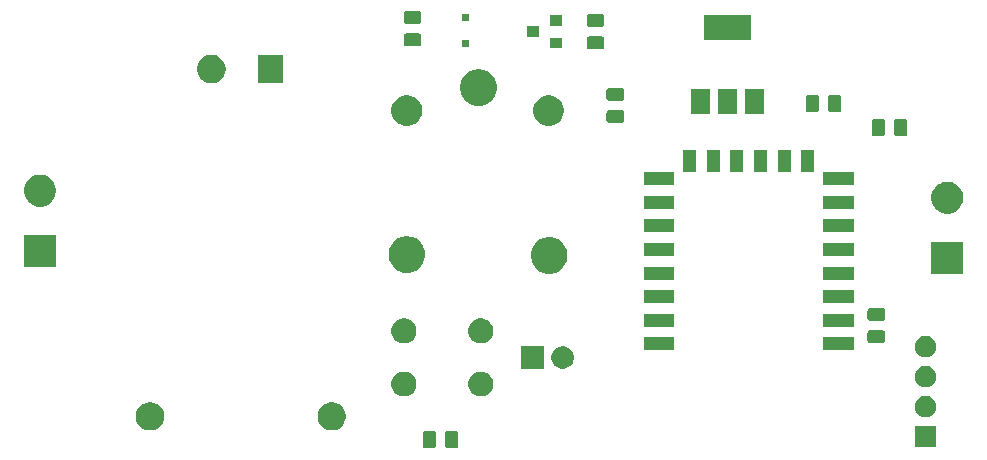
<source format=gbr>
G04 #@! TF.GenerationSoftware,KiCad,Pcbnew,5.1.5+dfsg1-2build2*
G04 #@! TF.CreationDate,2021-03-10T23:59:30+01:00*
G04 #@! TF.ProjectId,iotOnOff,696f744f-6e4f-4666-962e-6b696361645f,rev?*
G04 #@! TF.SameCoordinates,Original*
G04 #@! TF.FileFunction,Soldermask,Top*
G04 #@! TF.FilePolarity,Negative*
%FSLAX46Y46*%
G04 Gerber Fmt 4.6, Leading zero omitted, Abs format (unit mm)*
G04 Created by KiCad (PCBNEW 5.1.5+dfsg1-2build2) date 2021-03-10 23:59:30*
%MOMM*%
%LPD*%
G04 APERTURE LIST*
%ADD10C,0.100000*%
G04 APERTURE END LIST*
D10*
G36*
X138809468Y-107453565D02*
G01*
X138848138Y-107465296D01*
X138883777Y-107484346D01*
X138915017Y-107509983D01*
X138940654Y-107541223D01*
X138959704Y-107576862D01*
X138971435Y-107615532D01*
X138976000Y-107661888D01*
X138976000Y-108738112D01*
X138971435Y-108784468D01*
X138959704Y-108823138D01*
X138940654Y-108858777D01*
X138915017Y-108890017D01*
X138883777Y-108915654D01*
X138848138Y-108934704D01*
X138809468Y-108946435D01*
X138763112Y-108951000D01*
X138111888Y-108951000D01*
X138065532Y-108946435D01*
X138026862Y-108934704D01*
X137991223Y-108915654D01*
X137959983Y-108890017D01*
X137934346Y-108858777D01*
X137915296Y-108823138D01*
X137903565Y-108784468D01*
X137899000Y-108738112D01*
X137899000Y-107661888D01*
X137903565Y-107615532D01*
X137915296Y-107576862D01*
X137934346Y-107541223D01*
X137959983Y-107509983D01*
X137991223Y-107484346D01*
X138026862Y-107465296D01*
X138065532Y-107453565D01*
X138111888Y-107449000D01*
X138763112Y-107449000D01*
X138809468Y-107453565D01*
G37*
G36*
X136934468Y-107453565D02*
G01*
X136973138Y-107465296D01*
X137008777Y-107484346D01*
X137040017Y-107509983D01*
X137065654Y-107541223D01*
X137084704Y-107576862D01*
X137096435Y-107615532D01*
X137101000Y-107661888D01*
X137101000Y-108738112D01*
X137096435Y-108784468D01*
X137084704Y-108823138D01*
X137065654Y-108858777D01*
X137040017Y-108890017D01*
X137008777Y-108915654D01*
X136973138Y-108934704D01*
X136934468Y-108946435D01*
X136888112Y-108951000D01*
X136236888Y-108951000D01*
X136190532Y-108946435D01*
X136151862Y-108934704D01*
X136116223Y-108915654D01*
X136084983Y-108890017D01*
X136059346Y-108858777D01*
X136040296Y-108823138D01*
X136028565Y-108784468D01*
X136024000Y-108738112D01*
X136024000Y-107661888D01*
X136028565Y-107615532D01*
X136040296Y-107576862D01*
X136059346Y-107541223D01*
X136084983Y-107509983D01*
X136116223Y-107484346D01*
X136151862Y-107465296D01*
X136190532Y-107453565D01*
X136236888Y-107449000D01*
X136888112Y-107449000D01*
X136934468Y-107453565D01*
G37*
G36*
X179463000Y-108851000D02*
G01*
X177661000Y-108851000D01*
X177661000Y-107049000D01*
X179463000Y-107049000D01*
X179463000Y-108851000D01*
G37*
G36*
X128650318Y-105070153D02*
G01*
X128836298Y-105147189D01*
X128868887Y-105160688D01*
X129065593Y-105292122D01*
X129232878Y-105459407D01*
X129364312Y-105656113D01*
X129364313Y-105656115D01*
X129454847Y-105874682D01*
X129501000Y-106106710D01*
X129501000Y-106343290D01*
X129454847Y-106575318D01*
X129364313Y-106793885D01*
X129364312Y-106793887D01*
X129232878Y-106990593D01*
X129065593Y-107157878D01*
X128868887Y-107289312D01*
X128868886Y-107289313D01*
X128868885Y-107289313D01*
X128650318Y-107379847D01*
X128418290Y-107426000D01*
X128181710Y-107426000D01*
X127949682Y-107379847D01*
X127731115Y-107289313D01*
X127731114Y-107289313D01*
X127731113Y-107289312D01*
X127534407Y-107157878D01*
X127367122Y-106990593D01*
X127235688Y-106793887D01*
X127235687Y-106793885D01*
X127145153Y-106575318D01*
X127099000Y-106343290D01*
X127099000Y-106106710D01*
X127145153Y-105874682D01*
X127235687Y-105656115D01*
X127235688Y-105656113D01*
X127367122Y-105459407D01*
X127534407Y-105292122D01*
X127731113Y-105160688D01*
X127763702Y-105147189D01*
X127949682Y-105070153D01*
X128181710Y-105024000D01*
X128418290Y-105024000D01*
X128650318Y-105070153D01*
G37*
G36*
X113250318Y-105070153D02*
G01*
X113436298Y-105147189D01*
X113468887Y-105160688D01*
X113665593Y-105292122D01*
X113832878Y-105459407D01*
X113964312Y-105656113D01*
X113964313Y-105656115D01*
X114054847Y-105874682D01*
X114101000Y-106106710D01*
X114101000Y-106343290D01*
X114054847Y-106575318D01*
X113964313Y-106793885D01*
X113964312Y-106793887D01*
X113832878Y-106990593D01*
X113665593Y-107157878D01*
X113468887Y-107289312D01*
X113468886Y-107289313D01*
X113468885Y-107289313D01*
X113250318Y-107379847D01*
X113018290Y-107426000D01*
X112781710Y-107426000D01*
X112549682Y-107379847D01*
X112331115Y-107289313D01*
X112331114Y-107289313D01*
X112331113Y-107289312D01*
X112134407Y-107157878D01*
X111967122Y-106990593D01*
X111835688Y-106793887D01*
X111835687Y-106793885D01*
X111745153Y-106575318D01*
X111699000Y-106343290D01*
X111699000Y-106106710D01*
X111745153Y-105874682D01*
X111835687Y-105656115D01*
X111835688Y-105656113D01*
X111967122Y-105459407D01*
X112134407Y-105292122D01*
X112331113Y-105160688D01*
X112363702Y-105147189D01*
X112549682Y-105070153D01*
X112781710Y-105024000D01*
X113018290Y-105024000D01*
X113250318Y-105070153D01*
G37*
G36*
X178675512Y-104513927D02*
G01*
X178824812Y-104543624D01*
X178988784Y-104611544D01*
X179136354Y-104710147D01*
X179261853Y-104835646D01*
X179360456Y-104983216D01*
X179428376Y-105147188D01*
X179463000Y-105321259D01*
X179463000Y-105498741D01*
X179428376Y-105672812D01*
X179360456Y-105836784D01*
X179261853Y-105984354D01*
X179136354Y-106109853D01*
X178988784Y-106208456D01*
X178824812Y-106276376D01*
X178675512Y-106306073D01*
X178650742Y-106311000D01*
X178473258Y-106311000D01*
X178448488Y-106306073D01*
X178299188Y-106276376D01*
X178135216Y-106208456D01*
X177987646Y-106109853D01*
X177862147Y-105984354D01*
X177763544Y-105836784D01*
X177695624Y-105672812D01*
X177661000Y-105498741D01*
X177661000Y-105321259D01*
X177695624Y-105147188D01*
X177763544Y-104983216D01*
X177862147Y-104835646D01*
X177987646Y-104710147D01*
X178135216Y-104611544D01*
X178299188Y-104543624D01*
X178448488Y-104513927D01*
X178473258Y-104509000D01*
X178650742Y-104509000D01*
X178675512Y-104513927D01*
G37*
G36*
X141206564Y-102489389D02*
G01*
X141397833Y-102568615D01*
X141397835Y-102568616D01*
X141569973Y-102683635D01*
X141716365Y-102830027D01*
X141802370Y-102958742D01*
X141831385Y-103002167D01*
X141910611Y-103193436D01*
X141951000Y-103396484D01*
X141951000Y-103603516D01*
X141910611Y-103806564D01*
X141831385Y-103997833D01*
X141831384Y-103997835D01*
X141716365Y-104169973D01*
X141569973Y-104316365D01*
X141397835Y-104431384D01*
X141397834Y-104431385D01*
X141397833Y-104431385D01*
X141206564Y-104510611D01*
X141003516Y-104551000D01*
X140796484Y-104551000D01*
X140593436Y-104510611D01*
X140402167Y-104431385D01*
X140402166Y-104431385D01*
X140402165Y-104431384D01*
X140230027Y-104316365D01*
X140083635Y-104169973D01*
X139968616Y-103997835D01*
X139968615Y-103997833D01*
X139889389Y-103806564D01*
X139849000Y-103603516D01*
X139849000Y-103396484D01*
X139889389Y-103193436D01*
X139968615Y-103002167D01*
X139997631Y-102958742D01*
X140083635Y-102830027D01*
X140230027Y-102683635D01*
X140402165Y-102568616D01*
X140402167Y-102568615D01*
X140593436Y-102489389D01*
X140796484Y-102449000D01*
X141003516Y-102449000D01*
X141206564Y-102489389D01*
G37*
G36*
X134706564Y-102489389D02*
G01*
X134897833Y-102568615D01*
X134897835Y-102568616D01*
X135069973Y-102683635D01*
X135216365Y-102830027D01*
X135302370Y-102958742D01*
X135331385Y-103002167D01*
X135410611Y-103193436D01*
X135451000Y-103396484D01*
X135451000Y-103603516D01*
X135410611Y-103806564D01*
X135331385Y-103997833D01*
X135331384Y-103997835D01*
X135216365Y-104169973D01*
X135069973Y-104316365D01*
X134897835Y-104431384D01*
X134897834Y-104431385D01*
X134897833Y-104431385D01*
X134706564Y-104510611D01*
X134503516Y-104551000D01*
X134296484Y-104551000D01*
X134093436Y-104510611D01*
X133902167Y-104431385D01*
X133902166Y-104431385D01*
X133902165Y-104431384D01*
X133730027Y-104316365D01*
X133583635Y-104169973D01*
X133468616Y-103997835D01*
X133468615Y-103997833D01*
X133389389Y-103806564D01*
X133349000Y-103603516D01*
X133349000Y-103396484D01*
X133389389Y-103193436D01*
X133468615Y-103002167D01*
X133497631Y-102958742D01*
X133583635Y-102830027D01*
X133730027Y-102683635D01*
X133902165Y-102568616D01*
X133902167Y-102568615D01*
X134093436Y-102489389D01*
X134296484Y-102449000D01*
X134503516Y-102449000D01*
X134706564Y-102489389D01*
G37*
G36*
X178675512Y-101973927D02*
G01*
X178824812Y-102003624D01*
X178988784Y-102071544D01*
X179136354Y-102170147D01*
X179261853Y-102295646D01*
X179360456Y-102443216D01*
X179428376Y-102607188D01*
X179463000Y-102781259D01*
X179463000Y-102958741D01*
X179428376Y-103132812D01*
X179360456Y-103296784D01*
X179261853Y-103444354D01*
X179136354Y-103569853D01*
X178988784Y-103668456D01*
X178824812Y-103736376D01*
X178675512Y-103766073D01*
X178650742Y-103771000D01*
X178473258Y-103771000D01*
X178448488Y-103766073D01*
X178299188Y-103736376D01*
X178135216Y-103668456D01*
X177987646Y-103569853D01*
X177862147Y-103444354D01*
X177763544Y-103296784D01*
X177695624Y-103132812D01*
X177661000Y-102958741D01*
X177661000Y-102781259D01*
X177695624Y-102607188D01*
X177763544Y-102443216D01*
X177862147Y-102295646D01*
X177987646Y-102170147D01*
X178135216Y-102071544D01*
X178299188Y-102003624D01*
X178448488Y-101973927D01*
X178473258Y-101969000D01*
X178650742Y-101969000D01*
X178675512Y-101973927D01*
G37*
G36*
X148117395Y-100335546D02*
G01*
X148290466Y-100407234D01*
X148290467Y-100407235D01*
X148446227Y-100511310D01*
X148578690Y-100643773D01*
X148578691Y-100643775D01*
X148682766Y-100799534D01*
X148754454Y-100972605D01*
X148791000Y-101156333D01*
X148791000Y-101343667D01*
X148754454Y-101527395D01*
X148682766Y-101700466D01*
X148682765Y-101700467D01*
X148578690Y-101856227D01*
X148446227Y-101988690D01*
X148423875Y-102003625D01*
X148290466Y-102092766D01*
X148117395Y-102164454D01*
X147933667Y-102201000D01*
X147746333Y-102201000D01*
X147562605Y-102164454D01*
X147389534Y-102092766D01*
X147256125Y-102003625D01*
X147233773Y-101988690D01*
X147101310Y-101856227D01*
X146997235Y-101700467D01*
X146997234Y-101700466D01*
X146925546Y-101527395D01*
X146889000Y-101343667D01*
X146889000Y-101156333D01*
X146925546Y-100972605D01*
X146997234Y-100799534D01*
X147101309Y-100643775D01*
X147101310Y-100643773D01*
X147233773Y-100511310D01*
X147389533Y-100407235D01*
X147389534Y-100407234D01*
X147562605Y-100335546D01*
X147746333Y-100299000D01*
X147933667Y-100299000D01*
X148117395Y-100335546D01*
G37*
G36*
X146251000Y-102201000D02*
G01*
X144349000Y-102201000D01*
X144349000Y-100299000D01*
X146251000Y-100299000D01*
X146251000Y-102201000D01*
G37*
G36*
X178675512Y-99433927D02*
G01*
X178824812Y-99463624D01*
X178988784Y-99531544D01*
X179136354Y-99630147D01*
X179261853Y-99755646D01*
X179360456Y-99903216D01*
X179428376Y-100067188D01*
X179463000Y-100241259D01*
X179463000Y-100418741D01*
X179428376Y-100592812D01*
X179360456Y-100756784D01*
X179261853Y-100904354D01*
X179136354Y-101029853D01*
X178988784Y-101128456D01*
X178824812Y-101196376D01*
X178675512Y-101226073D01*
X178650742Y-101231000D01*
X178473258Y-101231000D01*
X178448488Y-101226073D01*
X178299188Y-101196376D01*
X178135216Y-101128456D01*
X177987646Y-101029853D01*
X177862147Y-100904354D01*
X177763544Y-100756784D01*
X177695624Y-100592812D01*
X177661000Y-100418741D01*
X177661000Y-100241259D01*
X177695624Y-100067188D01*
X177763544Y-99903216D01*
X177862147Y-99755646D01*
X177987646Y-99630147D01*
X178135216Y-99531544D01*
X178299188Y-99463624D01*
X178448488Y-99433927D01*
X178473258Y-99429000D01*
X178650742Y-99429000D01*
X178675512Y-99433927D01*
G37*
G36*
X172501000Y-100651000D02*
G01*
X169899000Y-100651000D01*
X169899000Y-99549000D01*
X172501000Y-99549000D01*
X172501000Y-100651000D01*
G37*
G36*
X157301000Y-100651000D02*
G01*
X154699000Y-100651000D01*
X154699000Y-99549000D01*
X157301000Y-99549000D01*
X157301000Y-100651000D01*
G37*
G36*
X134706564Y-97989389D02*
G01*
X134878910Y-98060777D01*
X134897835Y-98068616D01*
X135069973Y-98183635D01*
X135216365Y-98330027D01*
X135331385Y-98502167D01*
X135410611Y-98693436D01*
X135451000Y-98896484D01*
X135451000Y-99103516D01*
X135410611Y-99306564D01*
X135359896Y-99429000D01*
X135331384Y-99497835D01*
X135216365Y-99669973D01*
X135069973Y-99816365D01*
X134897835Y-99931384D01*
X134897834Y-99931385D01*
X134897833Y-99931385D01*
X134706564Y-100010611D01*
X134503516Y-100051000D01*
X134296484Y-100051000D01*
X134093436Y-100010611D01*
X133902167Y-99931385D01*
X133902166Y-99931385D01*
X133902165Y-99931384D01*
X133730027Y-99816365D01*
X133583635Y-99669973D01*
X133468616Y-99497835D01*
X133440104Y-99429000D01*
X133389389Y-99306564D01*
X133349000Y-99103516D01*
X133349000Y-98896484D01*
X133389389Y-98693436D01*
X133468615Y-98502167D01*
X133583635Y-98330027D01*
X133730027Y-98183635D01*
X133902165Y-98068616D01*
X133921090Y-98060777D01*
X134093436Y-97989389D01*
X134296484Y-97949000D01*
X134503516Y-97949000D01*
X134706564Y-97989389D01*
G37*
G36*
X141206564Y-97989389D02*
G01*
X141378910Y-98060777D01*
X141397835Y-98068616D01*
X141569973Y-98183635D01*
X141716365Y-98330027D01*
X141831385Y-98502167D01*
X141910611Y-98693436D01*
X141951000Y-98896484D01*
X141951000Y-99103516D01*
X141910611Y-99306564D01*
X141859896Y-99429000D01*
X141831384Y-99497835D01*
X141716365Y-99669973D01*
X141569973Y-99816365D01*
X141397835Y-99931384D01*
X141397834Y-99931385D01*
X141397833Y-99931385D01*
X141206564Y-100010611D01*
X141003516Y-100051000D01*
X140796484Y-100051000D01*
X140593436Y-100010611D01*
X140402167Y-99931385D01*
X140402166Y-99931385D01*
X140402165Y-99931384D01*
X140230027Y-99816365D01*
X140083635Y-99669973D01*
X139968616Y-99497835D01*
X139940104Y-99429000D01*
X139889389Y-99306564D01*
X139849000Y-99103516D01*
X139849000Y-98896484D01*
X139889389Y-98693436D01*
X139968615Y-98502167D01*
X140083635Y-98330027D01*
X140230027Y-98183635D01*
X140402165Y-98068616D01*
X140421090Y-98060777D01*
X140593436Y-97989389D01*
X140796484Y-97949000D01*
X141003516Y-97949000D01*
X141206564Y-97989389D01*
G37*
G36*
X174984468Y-98955565D02*
G01*
X175023138Y-98967296D01*
X175058777Y-98986346D01*
X175090017Y-99011983D01*
X175115654Y-99043223D01*
X175134704Y-99078862D01*
X175146435Y-99117532D01*
X175151000Y-99163888D01*
X175151000Y-99815112D01*
X175146435Y-99861468D01*
X175134704Y-99900138D01*
X175115654Y-99935777D01*
X175090017Y-99967017D01*
X175058777Y-99992654D01*
X175023138Y-100011704D01*
X174984468Y-100023435D01*
X174938112Y-100028000D01*
X173861888Y-100028000D01*
X173815532Y-100023435D01*
X173776862Y-100011704D01*
X173741223Y-99992654D01*
X173709983Y-99967017D01*
X173684346Y-99935777D01*
X173665296Y-99900138D01*
X173653565Y-99861468D01*
X173649000Y-99815112D01*
X173649000Y-99163888D01*
X173653565Y-99117532D01*
X173665296Y-99078862D01*
X173684346Y-99043223D01*
X173709983Y-99011983D01*
X173741223Y-98986346D01*
X173776862Y-98967296D01*
X173815532Y-98955565D01*
X173861888Y-98951000D01*
X174938112Y-98951000D01*
X174984468Y-98955565D01*
G37*
G36*
X157301000Y-98651000D02*
G01*
X154699000Y-98651000D01*
X154699000Y-97549000D01*
X157301000Y-97549000D01*
X157301000Y-98651000D01*
G37*
G36*
X172501000Y-98651000D02*
G01*
X169899000Y-98651000D01*
X169899000Y-97549000D01*
X172501000Y-97549000D01*
X172501000Y-98651000D01*
G37*
G36*
X174984468Y-97080565D02*
G01*
X175023138Y-97092296D01*
X175058777Y-97111346D01*
X175090017Y-97136983D01*
X175115654Y-97168223D01*
X175134704Y-97203862D01*
X175146435Y-97242532D01*
X175151000Y-97288888D01*
X175151000Y-97940112D01*
X175146435Y-97986468D01*
X175134704Y-98025138D01*
X175115654Y-98060777D01*
X175090017Y-98092017D01*
X175058777Y-98117654D01*
X175023138Y-98136704D01*
X174984468Y-98148435D01*
X174938112Y-98153000D01*
X173861888Y-98153000D01*
X173815532Y-98148435D01*
X173776862Y-98136704D01*
X173741223Y-98117654D01*
X173709983Y-98092017D01*
X173684346Y-98060777D01*
X173665296Y-98025138D01*
X173653565Y-97986468D01*
X173649000Y-97940112D01*
X173649000Y-97288888D01*
X173653565Y-97242532D01*
X173665296Y-97203862D01*
X173684346Y-97168223D01*
X173709983Y-97136983D01*
X173741223Y-97111346D01*
X173776862Y-97092296D01*
X173815532Y-97080565D01*
X173861888Y-97076000D01*
X174938112Y-97076000D01*
X174984468Y-97080565D01*
G37*
G36*
X172501000Y-96651000D02*
G01*
X169899000Y-96651000D01*
X169899000Y-95549000D01*
X172501000Y-95549000D01*
X172501000Y-96651000D01*
G37*
G36*
X157301000Y-96651000D02*
G01*
X154699000Y-96651000D01*
X154699000Y-95549000D01*
X157301000Y-95549000D01*
X157301000Y-96651000D01*
G37*
G36*
X157301000Y-94651000D02*
G01*
X154699000Y-94651000D01*
X154699000Y-93549000D01*
X157301000Y-93549000D01*
X157301000Y-94651000D01*
G37*
G36*
X172501000Y-94651000D02*
G01*
X169899000Y-94651000D01*
X169899000Y-93549000D01*
X172501000Y-93549000D01*
X172501000Y-94651000D01*
G37*
G36*
X146901043Y-91058604D02*
G01*
X147152410Y-91108604D01*
X147434674Y-91225521D01*
X147688705Y-91395259D01*
X147904741Y-91611295D01*
X148074479Y-91865326D01*
X148191396Y-92147590D01*
X148191396Y-92147591D01*
X148241055Y-92397240D01*
X148251000Y-92447240D01*
X148251000Y-92752760D01*
X148191396Y-93052410D01*
X148074479Y-93334674D01*
X147904741Y-93588705D01*
X147688705Y-93804741D01*
X147434674Y-93974479D01*
X147152410Y-94091396D01*
X147104127Y-94101000D01*
X146852761Y-94151000D01*
X146547239Y-94151000D01*
X146295873Y-94101000D01*
X146247590Y-94091396D01*
X145965326Y-93974479D01*
X145711295Y-93804741D01*
X145495259Y-93588705D01*
X145325521Y-93334674D01*
X145208604Y-93052410D01*
X145149000Y-92752760D01*
X145149000Y-92447240D01*
X145158946Y-92397240D01*
X145208604Y-92147591D01*
X145208604Y-92147590D01*
X145325521Y-91865326D01*
X145495259Y-91611295D01*
X145711295Y-91395259D01*
X145965326Y-91225521D01*
X146247590Y-91108604D01*
X146498957Y-91058604D01*
X146547239Y-91049000D01*
X146852761Y-91049000D01*
X146901043Y-91058604D01*
G37*
G36*
X181751000Y-94151000D02*
G01*
X179049000Y-94151000D01*
X179049000Y-91449000D01*
X181751000Y-91449000D01*
X181751000Y-94151000D01*
G37*
G36*
X134952585Y-91028802D02*
G01*
X135102410Y-91058604D01*
X135384674Y-91175521D01*
X135638705Y-91345259D01*
X135854741Y-91561295D01*
X136024479Y-91815326D01*
X136141396Y-92097590D01*
X136151342Y-92147591D01*
X136201000Y-92397239D01*
X136201000Y-92702761D01*
X136191054Y-92752761D01*
X136141396Y-93002410D01*
X136024479Y-93284674D01*
X135854741Y-93538705D01*
X135638705Y-93754741D01*
X135384674Y-93924479D01*
X135102410Y-94041396D01*
X134952585Y-94071198D01*
X134802761Y-94101000D01*
X134497239Y-94101000D01*
X134347415Y-94071198D01*
X134197590Y-94041396D01*
X133915326Y-93924479D01*
X133661295Y-93754741D01*
X133445259Y-93538705D01*
X133275521Y-93284674D01*
X133158604Y-93002410D01*
X133108946Y-92752761D01*
X133099000Y-92702761D01*
X133099000Y-92397239D01*
X133148658Y-92147591D01*
X133158604Y-92097590D01*
X133275521Y-91815326D01*
X133445259Y-91561295D01*
X133661295Y-91345259D01*
X133915326Y-91175521D01*
X134197590Y-91058604D01*
X134347415Y-91028802D01*
X134497239Y-90999000D01*
X134802761Y-90999000D01*
X134952585Y-91028802D01*
G37*
G36*
X104946000Y-93551000D02*
G01*
X102244000Y-93551000D01*
X102244000Y-90849000D01*
X104946000Y-90849000D01*
X104946000Y-93551000D01*
G37*
G36*
X157301000Y-92651000D02*
G01*
X154699000Y-92651000D01*
X154699000Y-91549000D01*
X157301000Y-91549000D01*
X157301000Y-92651000D01*
G37*
G36*
X172501000Y-92651000D02*
G01*
X169899000Y-92651000D01*
X169899000Y-91549000D01*
X172501000Y-91549000D01*
X172501000Y-92651000D01*
G37*
G36*
X172501000Y-90651000D02*
G01*
X169899000Y-90651000D01*
X169899000Y-89549000D01*
X172501000Y-89549000D01*
X172501000Y-90651000D01*
G37*
G36*
X157301000Y-90651000D02*
G01*
X154699000Y-90651000D01*
X154699000Y-89549000D01*
X157301000Y-89549000D01*
X157301000Y-90651000D01*
G37*
G36*
X180794072Y-86420918D02*
G01*
X180936862Y-86480063D01*
X181039939Y-86522759D01*
X181151328Y-86597187D01*
X181261211Y-86670609D01*
X181449391Y-86858789D01*
X181597242Y-87080063D01*
X181699082Y-87325928D01*
X181751000Y-87586937D01*
X181751000Y-87853063D01*
X181699082Y-88114072D01*
X181597241Y-88359939D01*
X181449390Y-88581212D01*
X181261212Y-88769390D01*
X181039939Y-88917241D01*
X181039938Y-88917242D01*
X181039937Y-88917242D01*
X180794072Y-89019082D01*
X180533063Y-89071000D01*
X180266937Y-89071000D01*
X180005928Y-89019082D01*
X179760063Y-88917242D01*
X179760062Y-88917242D01*
X179760061Y-88917241D01*
X179538788Y-88769390D01*
X179350610Y-88581212D01*
X179202759Y-88359939D01*
X179100918Y-88114072D01*
X179049000Y-87853063D01*
X179049000Y-87586937D01*
X179100918Y-87325928D01*
X179202758Y-87080063D01*
X179350609Y-86858789D01*
X179538789Y-86670609D01*
X179648672Y-86597187D01*
X179760061Y-86522759D01*
X179863139Y-86480063D01*
X180005928Y-86420918D01*
X180266937Y-86369000D01*
X180533063Y-86369000D01*
X180794072Y-86420918D01*
G37*
G36*
X157301000Y-88651000D02*
G01*
X154699000Y-88651000D01*
X154699000Y-87549000D01*
X157301000Y-87549000D01*
X157301000Y-88651000D01*
G37*
G36*
X172501000Y-88651000D02*
G01*
X169899000Y-88651000D01*
X169899000Y-87549000D01*
X172501000Y-87549000D01*
X172501000Y-88651000D01*
G37*
G36*
X103989072Y-85820918D02*
G01*
X104234939Y-85922759D01*
X104456212Y-86070610D01*
X104644390Y-86258788D01*
X104752723Y-86420918D01*
X104792242Y-86480063D01*
X104894082Y-86725928D01*
X104946000Y-86986937D01*
X104946000Y-87253063D01*
X104894082Y-87514072D01*
X104863901Y-87586937D01*
X104792241Y-87759939D01*
X104644390Y-87981212D01*
X104456212Y-88169390D01*
X104234939Y-88317241D01*
X104234938Y-88317242D01*
X104234937Y-88317242D01*
X103989072Y-88419082D01*
X103728063Y-88471000D01*
X103461937Y-88471000D01*
X103200928Y-88419082D01*
X102955063Y-88317242D01*
X102955062Y-88317242D01*
X102955061Y-88317241D01*
X102733788Y-88169390D01*
X102545610Y-87981212D01*
X102397759Y-87759939D01*
X102326100Y-87586937D01*
X102295918Y-87514072D01*
X102244000Y-87253063D01*
X102244000Y-86986937D01*
X102295918Y-86725928D01*
X102397758Y-86480063D01*
X102437278Y-86420918D01*
X102545610Y-86258788D01*
X102733788Y-86070610D01*
X102955061Y-85922759D01*
X103200928Y-85820918D01*
X103461937Y-85769000D01*
X103728063Y-85769000D01*
X103989072Y-85820918D01*
G37*
G36*
X157301000Y-86651000D02*
G01*
X154699000Y-86651000D01*
X154699000Y-85549000D01*
X157301000Y-85549000D01*
X157301000Y-86651000D01*
G37*
G36*
X172501000Y-86651000D02*
G01*
X169899000Y-86651000D01*
X169899000Y-85549000D01*
X172501000Y-85549000D01*
X172501000Y-86651000D01*
G37*
G36*
X169151000Y-85551000D02*
G01*
X168049000Y-85551000D01*
X168049000Y-83649000D01*
X169151000Y-83649000D01*
X169151000Y-85551000D01*
G37*
G36*
X163151000Y-85551000D02*
G01*
X162049000Y-85551000D01*
X162049000Y-83649000D01*
X163151000Y-83649000D01*
X163151000Y-85551000D01*
G37*
G36*
X167151000Y-85551000D02*
G01*
X166049000Y-85551000D01*
X166049000Y-83649000D01*
X167151000Y-83649000D01*
X167151000Y-85551000D01*
G37*
G36*
X159151000Y-85551000D02*
G01*
X158049000Y-85551000D01*
X158049000Y-83649000D01*
X159151000Y-83649000D01*
X159151000Y-85551000D01*
G37*
G36*
X161151000Y-85551000D02*
G01*
X160049000Y-85551000D01*
X160049000Y-83649000D01*
X161151000Y-83649000D01*
X161151000Y-85551000D01*
G37*
G36*
X165151000Y-85551000D02*
G01*
X164049000Y-85551000D01*
X164049000Y-83649000D01*
X165151000Y-83649000D01*
X165151000Y-85551000D01*
G37*
G36*
X176823468Y-81041565D02*
G01*
X176862138Y-81053296D01*
X176897777Y-81072346D01*
X176929017Y-81097983D01*
X176954654Y-81129223D01*
X176973704Y-81164862D01*
X176985435Y-81203532D01*
X176990000Y-81249888D01*
X176990000Y-82326112D01*
X176985435Y-82372468D01*
X176973704Y-82411138D01*
X176954654Y-82446777D01*
X176929017Y-82478017D01*
X176897777Y-82503654D01*
X176862138Y-82522704D01*
X176823468Y-82534435D01*
X176777112Y-82539000D01*
X176125888Y-82539000D01*
X176079532Y-82534435D01*
X176040862Y-82522704D01*
X176005223Y-82503654D01*
X175973983Y-82478017D01*
X175948346Y-82446777D01*
X175929296Y-82411138D01*
X175917565Y-82372468D01*
X175913000Y-82326112D01*
X175913000Y-81249888D01*
X175917565Y-81203532D01*
X175929296Y-81164862D01*
X175948346Y-81129223D01*
X175973983Y-81097983D01*
X176005223Y-81072346D01*
X176040862Y-81053296D01*
X176079532Y-81041565D01*
X176125888Y-81037000D01*
X176777112Y-81037000D01*
X176823468Y-81041565D01*
G37*
G36*
X174948468Y-81041565D02*
G01*
X174987138Y-81053296D01*
X175022777Y-81072346D01*
X175054017Y-81097983D01*
X175079654Y-81129223D01*
X175098704Y-81164862D01*
X175110435Y-81203532D01*
X175115000Y-81249888D01*
X175115000Y-82326112D01*
X175110435Y-82372468D01*
X175098704Y-82411138D01*
X175079654Y-82446777D01*
X175054017Y-82478017D01*
X175022777Y-82503654D01*
X174987138Y-82522704D01*
X174948468Y-82534435D01*
X174902112Y-82539000D01*
X174250888Y-82539000D01*
X174204532Y-82534435D01*
X174165862Y-82522704D01*
X174130223Y-82503654D01*
X174098983Y-82478017D01*
X174073346Y-82446777D01*
X174054296Y-82411138D01*
X174042565Y-82372468D01*
X174038000Y-82326112D01*
X174038000Y-81249888D01*
X174042565Y-81203532D01*
X174054296Y-81164862D01*
X174073346Y-81129223D01*
X174098983Y-81097983D01*
X174130223Y-81072346D01*
X174165862Y-81053296D01*
X174204532Y-81041565D01*
X174250888Y-81037000D01*
X174902112Y-81037000D01*
X174948468Y-81041565D01*
G37*
G36*
X135029487Y-79098996D02*
G01*
X135266253Y-79197068D01*
X135266255Y-79197069D01*
X135471887Y-79334468D01*
X135479339Y-79339447D01*
X135660553Y-79520661D01*
X135802932Y-79733747D01*
X135901004Y-79970513D01*
X135951000Y-80221861D01*
X135951000Y-80478139D01*
X135901004Y-80729487D01*
X135802932Y-80966253D01*
X135802931Y-80966255D01*
X135660553Y-81179339D01*
X135479339Y-81360553D01*
X135266255Y-81502931D01*
X135266254Y-81502932D01*
X135266253Y-81502932D01*
X135029487Y-81601004D01*
X134778139Y-81651000D01*
X134521861Y-81651000D01*
X134270513Y-81601004D01*
X134033747Y-81502932D01*
X134033746Y-81502932D01*
X134033745Y-81502931D01*
X133820661Y-81360553D01*
X133639447Y-81179339D01*
X133497069Y-80966255D01*
X133497068Y-80966253D01*
X133398996Y-80729487D01*
X133349000Y-80478139D01*
X133349000Y-80221861D01*
X133398996Y-79970513D01*
X133497068Y-79733747D01*
X133639447Y-79520661D01*
X133820661Y-79339447D01*
X133828113Y-79334468D01*
X134033745Y-79197069D01*
X134033747Y-79197068D01*
X134270513Y-79098996D01*
X134521861Y-79049000D01*
X134778139Y-79049000D01*
X135029487Y-79098996D01*
G37*
G36*
X147029487Y-79098996D02*
G01*
X147266253Y-79197068D01*
X147266255Y-79197069D01*
X147471887Y-79334468D01*
X147479339Y-79339447D01*
X147660553Y-79520661D01*
X147802932Y-79733747D01*
X147901004Y-79970513D01*
X147951000Y-80221861D01*
X147951000Y-80478139D01*
X147901004Y-80729487D01*
X147802932Y-80966253D01*
X147802931Y-80966255D01*
X147660553Y-81179339D01*
X147479339Y-81360553D01*
X147266255Y-81502931D01*
X147266254Y-81502932D01*
X147266253Y-81502932D01*
X147029487Y-81601004D01*
X146778139Y-81651000D01*
X146521861Y-81651000D01*
X146270513Y-81601004D01*
X146033747Y-81502932D01*
X146033746Y-81502932D01*
X146033745Y-81502931D01*
X145820661Y-81360553D01*
X145639447Y-81179339D01*
X145497069Y-80966255D01*
X145497068Y-80966253D01*
X145398996Y-80729487D01*
X145349000Y-80478139D01*
X145349000Y-80221861D01*
X145398996Y-79970513D01*
X145497068Y-79733747D01*
X145639447Y-79520661D01*
X145820661Y-79339447D01*
X145828113Y-79334468D01*
X146033745Y-79197069D01*
X146033747Y-79197068D01*
X146270513Y-79098996D01*
X146521861Y-79049000D01*
X146778139Y-79049000D01*
X147029487Y-79098996D01*
G37*
G36*
X152884468Y-80303565D02*
G01*
X152923138Y-80315296D01*
X152958777Y-80334346D01*
X152990017Y-80359983D01*
X153015654Y-80391223D01*
X153034704Y-80426862D01*
X153046435Y-80465532D01*
X153051000Y-80511888D01*
X153051000Y-81163112D01*
X153046435Y-81209468D01*
X153034704Y-81248138D01*
X153015654Y-81283777D01*
X152990017Y-81315017D01*
X152958777Y-81340654D01*
X152923138Y-81359704D01*
X152884468Y-81371435D01*
X152838112Y-81376000D01*
X151761888Y-81376000D01*
X151715532Y-81371435D01*
X151676862Y-81359704D01*
X151641223Y-81340654D01*
X151609983Y-81315017D01*
X151584346Y-81283777D01*
X151565296Y-81248138D01*
X151553565Y-81209468D01*
X151549000Y-81163112D01*
X151549000Y-80511888D01*
X151553565Y-80465532D01*
X151565296Y-80426862D01*
X151584346Y-80391223D01*
X151609983Y-80359983D01*
X151641223Y-80334346D01*
X151676862Y-80315296D01*
X151715532Y-80303565D01*
X151761888Y-80299000D01*
X152838112Y-80299000D01*
X152884468Y-80303565D01*
G37*
G36*
X164899000Y-80655000D02*
G01*
X163297000Y-80655000D01*
X163297000Y-78553000D01*
X164899000Y-78553000D01*
X164899000Y-80655000D01*
G37*
G36*
X160299000Y-80655000D02*
G01*
X158697000Y-80655000D01*
X158697000Y-78553000D01*
X160299000Y-78553000D01*
X160299000Y-80655000D01*
G37*
G36*
X162599000Y-80655000D02*
G01*
X160997000Y-80655000D01*
X160997000Y-78553000D01*
X162599000Y-78553000D01*
X162599000Y-80655000D01*
G37*
G36*
X171235468Y-79009565D02*
G01*
X171274138Y-79021296D01*
X171309777Y-79040346D01*
X171341017Y-79065983D01*
X171366654Y-79097223D01*
X171385704Y-79132862D01*
X171397435Y-79171532D01*
X171402000Y-79217888D01*
X171402000Y-80294112D01*
X171397435Y-80340468D01*
X171385704Y-80379138D01*
X171366654Y-80414777D01*
X171341017Y-80446017D01*
X171309777Y-80471654D01*
X171274138Y-80490704D01*
X171235468Y-80502435D01*
X171189112Y-80507000D01*
X170537888Y-80507000D01*
X170491532Y-80502435D01*
X170452862Y-80490704D01*
X170417223Y-80471654D01*
X170385983Y-80446017D01*
X170360346Y-80414777D01*
X170341296Y-80379138D01*
X170329565Y-80340468D01*
X170325000Y-80294112D01*
X170325000Y-79217888D01*
X170329565Y-79171532D01*
X170341296Y-79132862D01*
X170360346Y-79097223D01*
X170385983Y-79065983D01*
X170417223Y-79040346D01*
X170452862Y-79021296D01*
X170491532Y-79009565D01*
X170537888Y-79005000D01*
X171189112Y-79005000D01*
X171235468Y-79009565D01*
G37*
G36*
X169360468Y-79009565D02*
G01*
X169399138Y-79021296D01*
X169434777Y-79040346D01*
X169466017Y-79065983D01*
X169491654Y-79097223D01*
X169510704Y-79132862D01*
X169522435Y-79171532D01*
X169527000Y-79217888D01*
X169527000Y-80294112D01*
X169522435Y-80340468D01*
X169510704Y-80379138D01*
X169491654Y-80414777D01*
X169466017Y-80446017D01*
X169434777Y-80471654D01*
X169399138Y-80490704D01*
X169360468Y-80502435D01*
X169314112Y-80507000D01*
X168662888Y-80507000D01*
X168616532Y-80502435D01*
X168577862Y-80490704D01*
X168542223Y-80471654D01*
X168510983Y-80446017D01*
X168485346Y-80414777D01*
X168466296Y-80379138D01*
X168454565Y-80340468D01*
X168450000Y-80294112D01*
X168450000Y-79217888D01*
X168454565Y-79171532D01*
X168466296Y-79132862D01*
X168485346Y-79097223D01*
X168510983Y-79065983D01*
X168542223Y-79040346D01*
X168577862Y-79021296D01*
X168616532Y-79009565D01*
X168662888Y-79005000D01*
X169314112Y-79005000D01*
X169360468Y-79009565D01*
G37*
G36*
X141002585Y-76878802D02*
G01*
X141152410Y-76908604D01*
X141434674Y-77025521D01*
X141688705Y-77195259D01*
X141904741Y-77411295D01*
X142074479Y-77665326D01*
X142191396Y-77947590D01*
X142251000Y-78247240D01*
X142251000Y-78552760D01*
X142191396Y-78852410D01*
X142074479Y-79134674D01*
X141904741Y-79388705D01*
X141688705Y-79604741D01*
X141434674Y-79774479D01*
X141152410Y-79891396D01*
X141002585Y-79921198D01*
X140852761Y-79951000D01*
X140547239Y-79951000D01*
X140397415Y-79921198D01*
X140247590Y-79891396D01*
X139965326Y-79774479D01*
X139711295Y-79604741D01*
X139495259Y-79388705D01*
X139325521Y-79134674D01*
X139208604Y-78852410D01*
X139149000Y-78552760D01*
X139149000Y-78247240D01*
X139208604Y-77947590D01*
X139325521Y-77665326D01*
X139495259Y-77411295D01*
X139711295Y-77195259D01*
X139965326Y-77025521D01*
X140247590Y-76908604D01*
X140397415Y-76878802D01*
X140547239Y-76849000D01*
X140852761Y-76849000D01*
X141002585Y-76878802D01*
G37*
G36*
X152884468Y-78428565D02*
G01*
X152923138Y-78440296D01*
X152958777Y-78459346D01*
X152990017Y-78484983D01*
X153015654Y-78516223D01*
X153034704Y-78551862D01*
X153046435Y-78590532D01*
X153051000Y-78636888D01*
X153051000Y-79288112D01*
X153046435Y-79334468D01*
X153034704Y-79373138D01*
X153015654Y-79408777D01*
X152990017Y-79440017D01*
X152958777Y-79465654D01*
X152923138Y-79484704D01*
X152884468Y-79496435D01*
X152838112Y-79501000D01*
X151761888Y-79501000D01*
X151715532Y-79496435D01*
X151676862Y-79484704D01*
X151641223Y-79465654D01*
X151609983Y-79440017D01*
X151584346Y-79408777D01*
X151565296Y-79373138D01*
X151553565Y-79334468D01*
X151549000Y-79288112D01*
X151549000Y-78636888D01*
X151553565Y-78590532D01*
X151565296Y-78551862D01*
X151584346Y-78516223D01*
X151609983Y-78484983D01*
X151641223Y-78459346D01*
X151676862Y-78440296D01*
X151715532Y-78428565D01*
X151761888Y-78424000D01*
X152838112Y-78424000D01*
X152884468Y-78428565D01*
G37*
G36*
X124151000Y-78026000D02*
G01*
X122049000Y-78026000D01*
X122049000Y-75624000D01*
X124151000Y-75624000D01*
X124151000Y-78026000D01*
G37*
G36*
X118450318Y-75670153D02*
G01*
X118668885Y-75760687D01*
X118668887Y-75760688D01*
X118865593Y-75892122D01*
X119032878Y-76059407D01*
X119164312Y-76256113D01*
X119164313Y-76256115D01*
X119254847Y-76474682D01*
X119301000Y-76706710D01*
X119301000Y-76943290D01*
X119254847Y-77175318D01*
X119164313Y-77393885D01*
X119164312Y-77393887D01*
X119032878Y-77590593D01*
X118865593Y-77757878D01*
X118668887Y-77889312D01*
X118668886Y-77889313D01*
X118668885Y-77889313D01*
X118450318Y-77979847D01*
X118218290Y-78026000D01*
X117981710Y-78026000D01*
X117749682Y-77979847D01*
X117531115Y-77889313D01*
X117531114Y-77889313D01*
X117531113Y-77889312D01*
X117334407Y-77757878D01*
X117167122Y-77590593D01*
X117035688Y-77393887D01*
X117035687Y-77393885D01*
X116945153Y-77175318D01*
X116899000Y-76943290D01*
X116899000Y-76706710D01*
X116945153Y-76474682D01*
X117035687Y-76256115D01*
X117035688Y-76256113D01*
X117167122Y-76059407D01*
X117334407Y-75892122D01*
X117531113Y-75760688D01*
X117531115Y-75760687D01*
X117749682Y-75670153D01*
X117981710Y-75624000D01*
X118218290Y-75624000D01*
X118450318Y-75670153D01*
G37*
G36*
X151206468Y-74063565D02*
G01*
X151245138Y-74075296D01*
X151280777Y-74094346D01*
X151312017Y-74119983D01*
X151337654Y-74151223D01*
X151356704Y-74186862D01*
X151368435Y-74225532D01*
X151373000Y-74271888D01*
X151373000Y-74923112D01*
X151368435Y-74969468D01*
X151356704Y-75008138D01*
X151337654Y-75043777D01*
X151312017Y-75075017D01*
X151280777Y-75100654D01*
X151245138Y-75119704D01*
X151206468Y-75131435D01*
X151160112Y-75136000D01*
X150083888Y-75136000D01*
X150037532Y-75131435D01*
X149998862Y-75119704D01*
X149963223Y-75100654D01*
X149931983Y-75075017D01*
X149906346Y-75043777D01*
X149887296Y-75008138D01*
X149875565Y-74969468D01*
X149871000Y-74923112D01*
X149871000Y-74271888D01*
X149875565Y-74225532D01*
X149887296Y-74186862D01*
X149906346Y-74151223D01*
X149931983Y-74119983D01*
X149963223Y-74094346D01*
X149998862Y-74075296D01*
X150037532Y-74063565D01*
X150083888Y-74059000D01*
X151160112Y-74059000D01*
X151206468Y-74063565D01*
G37*
G36*
X147805000Y-75061000D02*
G01*
X146803000Y-75061000D01*
X146803000Y-74159000D01*
X147805000Y-74159000D01*
X147805000Y-75061000D01*
G37*
G36*
X139901000Y-75001000D02*
G01*
X139299000Y-75001000D01*
X139299000Y-74399000D01*
X139901000Y-74399000D01*
X139901000Y-75001000D01*
G37*
G36*
X135712468Y-73809565D02*
G01*
X135751138Y-73821296D01*
X135786777Y-73840346D01*
X135818017Y-73865983D01*
X135843654Y-73897223D01*
X135862704Y-73932862D01*
X135874435Y-73971532D01*
X135879000Y-74017888D01*
X135879000Y-74669112D01*
X135874435Y-74715468D01*
X135862704Y-74754138D01*
X135843654Y-74789777D01*
X135818017Y-74821017D01*
X135786777Y-74846654D01*
X135751138Y-74865704D01*
X135712468Y-74877435D01*
X135666112Y-74882000D01*
X134589888Y-74882000D01*
X134543532Y-74877435D01*
X134504862Y-74865704D01*
X134469223Y-74846654D01*
X134437983Y-74821017D01*
X134412346Y-74789777D01*
X134393296Y-74754138D01*
X134381565Y-74715468D01*
X134377000Y-74669112D01*
X134377000Y-74017888D01*
X134381565Y-73971532D01*
X134393296Y-73932862D01*
X134412346Y-73897223D01*
X134437983Y-73865983D01*
X134469223Y-73840346D01*
X134504862Y-73821296D01*
X134543532Y-73809565D01*
X134589888Y-73805000D01*
X135666112Y-73805000D01*
X135712468Y-73809565D01*
G37*
G36*
X163749000Y-74355000D02*
G01*
X159847000Y-74355000D01*
X159847000Y-72253000D01*
X163749000Y-72253000D01*
X163749000Y-74355000D01*
G37*
G36*
X145805000Y-74111000D02*
G01*
X144803000Y-74111000D01*
X144803000Y-73209000D01*
X145805000Y-73209000D01*
X145805000Y-74111000D01*
G37*
G36*
X151206468Y-72188565D02*
G01*
X151245138Y-72200296D01*
X151280777Y-72219346D01*
X151312017Y-72244983D01*
X151337654Y-72276223D01*
X151356704Y-72311862D01*
X151368435Y-72350532D01*
X151373000Y-72396888D01*
X151373000Y-73048112D01*
X151368435Y-73094468D01*
X151356704Y-73133138D01*
X151337654Y-73168777D01*
X151312017Y-73200017D01*
X151280777Y-73225654D01*
X151245138Y-73244704D01*
X151206468Y-73256435D01*
X151160112Y-73261000D01*
X150083888Y-73261000D01*
X150037532Y-73256435D01*
X149998862Y-73244704D01*
X149963223Y-73225654D01*
X149931983Y-73200017D01*
X149906346Y-73168777D01*
X149887296Y-73133138D01*
X149875565Y-73094468D01*
X149871000Y-73048112D01*
X149871000Y-72396888D01*
X149875565Y-72350532D01*
X149887296Y-72311862D01*
X149906346Y-72276223D01*
X149931983Y-72244983D01*
X149963223Y-72219346D01*
X149998862Y-72200296D01*
X150037532Y-72188565D01*
X150083888Y-72184000D01*
X151160112Y-72184000D01*
X151206468Y-72188565D01*
G37*
G36*
X147805000Y-73161000D02*
G01*
X146803000Y-73161000D01*
X146803000Y-72259000D01*
X147805000Y-72259000D01*
X147805000Y-73161000D01*
G37*
G36*
X135712468Y-71934565D02*
G01*
X135751138Y-71946296D01*
X135786777Y-71965346D01*
X135818017Y-71990983D01*
X135843654Y-72022223D01*
X135862704Y-72057862D01*
X135874435Y-72096532D01*
X135879000Y-72142888D01*
X135879000Y-72794112D01*
X135874435Y-72840468D01*
X135862704Y-72879138D01*
X135843654Y-72914777D01*
X135818017Y-72946017D01*
X135786777Y-72971654D01*
X135751138Y-72990704D01*
X135712468Y-73002435D01*
X135666112Y-73007000D01*
X134589888Y-73007000D01*
X134543532Y-73002435D01*
X134504862Y-72990704D01*
X134469223Y-72971654D01*
X134437983Y-72946017D01*
X134412346Y-72914777D01*
X134393296Y-72879138D01*
X134381565Y-72840468D01*
X134377000Y-72794112D01*
X134377000Y-72142888D01*
X134381565Y-72096532D01*
X134393296Y-72057862D01*
X134412346Y-72022223D01*
X134437983Y-71990983D01*
X134469223Y-71965346D01*
X134504862Y-71946296D01*
X134543532Y-71934565D01*
X134589888Y-71930000D01*
X135666112Y-71930000D01*
X135712468Y-71934565D01*
G37*
G36*
X139901000Y-72801000D02*
G01*
X139299000Y-72801000D01*
X139299000Y-72199000D01*
X139901000Y-72199000D01*
X139901000Y-72801000D01*
G37*
M02*

</source>
